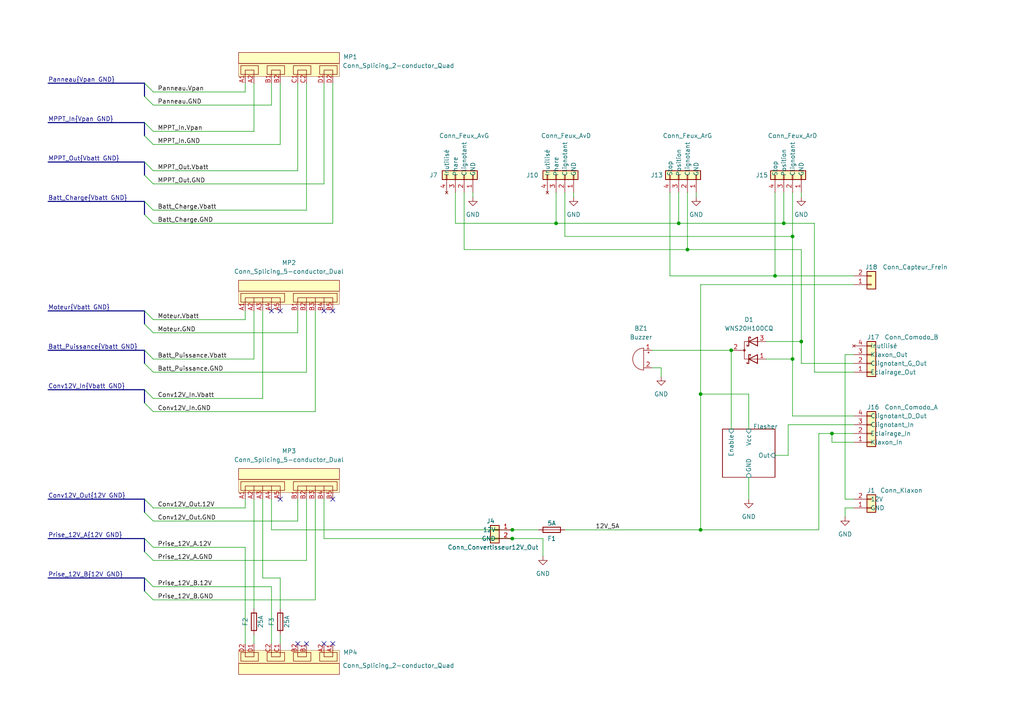
<source format=kicad_sch>
(kicad_sch (version 20211123) (generator eeschema)
  (paper "A4")
  (title_block (title "Boitier électrique vhéliotech") (date "2025-01-08") (company "Vélo solaire pour tous") (comment 1 "Licence CERN-OHL-S version 2"))
  (lib_symbols
    (symbol "Connector_Generic:Conn_01x02" (pin_names (offset 1.016) hide)
      (property "Reference" "J" (at 0 2.54 0))
      (property "Value" "Conn_01x02" (at 0 -5.08 0))
      (symbol "Conn_01x02_1_1"
        (rectangle (start -1.27 -2.413) (end 0 -2.667) (stroke (width 0.1524)))
        (rectangle (start -1.27 0.127) (end 0 -0.127) (stroke (width 0.1524)))
        (rectangle (start -1.27 1.27) (end 1.27 -3.81) (stroke (width 0.254)) (fill (type background)))
        (pin passive line (at -5.08 0 0) (length 3.81) (name "Pin_1") (number "1"))
        (pin passive line (at -5.08 -2.54 0) (length 3.81) (name "Pin_2") (number "2"))
      )
    )
    (symbol "Device:Buzzer" (pin_names (offset 0.0254) hide)
      (property "Reference" "BZ" (at 3.81 1.27 0))
      (property "Value" "Buzzer" (at 3.81 -1.27 0))
      (symbol "Buzzer_0_1"
        (arc (start 0 -3.175) (mid 3.175 0) (end 0 3.175))
        (polyline (pts (xy -1.651 1.905) (xy -1.143 1.905)))
        (polyline (pts (xy -1.397 2.159) (xy -1.397 1.651)))
        (polyline (pts (xy 0 3.175) (xy 0 -3.175)))
      )
      (symbol "Buzzer_1_1"
        (pin passive line (at -2.54 2.54 0) (length 2.54) (name "-") (number "1"))
        (pin passive line (at -2.54 -2.54 0) (length 2.54) (name "+") (number "2"))
      )
    )
    (symbol "Device:D_Schottky_Dual_CommonCathode_AKA_Parallel" (pin_names (offset 0.762) hide)
      (property "Reference" "D" (at 0 5.08 0))
      (property "Value" "D_Schottky_Dual_CommonCathode_AKA_Parallel" (at 0 -5.08 0))
      (symbol "D_Schottky_Dual_CommonCathode_AKA_Parallel_0_1"
        (polyline (pts (xy 1.27 0) (xy 2.54 0)))
        (polyline (pts (xy -2.54 -2.54) (xy 1.27 -2.54) (xy 1.27 2.54) (xy -2.54 2.54)))
        (polyline (pts (xy -2.54 -1.27) (xy 0 -2.54) (xy -2.54 -3.81) (xy -2.54 -1.27) (xy -2.54 -1.27) (xy -2.54 -1.27)) (stroke (width 0.254)))
        (polyline (pts (xy -2.54 3.81) (xy 0 2.54) (xy -2.54 1.27) (xy -2.54 3.81) (xy -2.54 3.81) (xy -2.54 3.81)) (stroke (width 0.254)))
        (polyline (pts (xy 0.508 -1.524) (xy 0.508 -1.27) (xy 0 -1.27) (xy 0 -3.81) (xy -0.508 -3.81) (xy -0.508 -3.556)) (stroke (width 0.254)))
        (polyline (pts (xy 0.508 3.556) (xy 0.508 3.81) (xy 0 3.81) (xy 0 1.27) (xy -0.508 1.27) (xy -0.508 1.524)) (stroke (width 0.254)))
        (circle (center 1.27 0) (radius 0.254) (fill (type outline)))
        (pin passive line (at -5.08 2.54 0) (length 2.54) (name "K") (number "1"))
        (pin passive line (at 5.08 0 180) (length 2.54) (name "A") (number "2"))
        (pin passive line (at -5.08 -2.54 0) (length 2.54) (name "K") (number "3"))
      )
    )
    (symbol "circuit:Conn_Comodo_A" (pin_names (offset 1.016))
      (property "Reference" "J" (at 0 5.08 0))
      (property "Value" "Conn_Comodo_A" (at 0 -7.62 0))
      (symbol "Conn_Comodo_A_1_1"
        (rectangle (start -1.27 -4.953) (end 0 -5.207) (stroke (width 0.1524)))
        (rectangle (start -1.27 -2.413) (end 0 -2.667) (stroke (width 0.1524)))
        (rectangle (start -1.27 0.127) (end 0 -0.127) (stroke (width 0.1524)))
        (rectangle (start -1.27 2.667) (end 0 2.413) (stroke (width 0.1524)))
        (rectangle (start -1.27 3.81) (end 1.27 -6.35) (stroke (width 0.254)) (fill (type background)))
        (pin passive line (at -5.08 2.54 0) (length 3.81) (name "Klaxon_In") (number "1"))
        (pin passive line (at -5.08 0 0) (length 3.81) (name "Eclairage_In") (number "2"))
        (pin passive line (at -5.08 -2.54 0) (length 3.81) (name "Clignotant_In") (number "3"))
        (pin passive line (at -5.08 -5.08 0) (length 3.81) (name "Clignotant_D_Out") (number "4"))
      )
    )
    (symbol "circuit:Conn_Comodo_B" (pin_names (offset 1.016))
      (property "Reference" "J" (at 0 5.08 0))
      (property "Value" "Conn_Comodo_B" (at 0 -7.62 0))
      (symbol "Conn_Comodo_B_1_1"
        (rectangle (start -1.27 -4.953) (end 0 -5.207) (stroke (width 0.1524)))
        (rectangle (start -1.27 -2.413) (end 0 -2.667) (stroke (width 0.1524)))
        (rectangle (start -1.27 0.127) (end 0 -0.127) (stroke (width 0.1524)))
        (rectangle (start -1.27 2.667) (end 0 2.413) (stroke (width 0.1524)))
        (rectangle (start -1.27 3.81) (end 1.27 -6.35) (stroke (width 0.254)) (fill (type background)))
        (pin passive line (at -5.08 2.54 0) (length 3.81) (name "Eclairage_Out") (number "1"))
        (pin passive line (at -5.08 0 0) (length 3.81) (name "Clignotant_G_Out") (number "2"))
        (pin passive line (at -5.08 -2.54 0) (length 3.81) (name "Klaxon_Out") (number "3"))
        (pin no_connect line (at -5.08 -5.08 0) (length 3.81) (name "Inutilisé") (number "4"))
      )
    )
    (symbol "circuit:Conn_Convertisseur12V_Out" (pin_names (offset 1.016))
      (property "Reference" "J" (at 0 2.54 0))
      (property "Value" "Conn_Convertisseur12V_Out" (at 0 -5.08 0))
      (symbol "Conn_Convertisseur12V_Out_1_1"
        (rectangle (start -1.27 -2.413) (end 0 -2.667) (stroke (width 0.1524)))
        (rectangle (start -1.27 0.127) (end 0 -0.127) (stroke (width 0.1524)))
        (rectangle (start -1.27 1.27) (end 1.27 -3.81) (stroke (width 0.254)) (fill (type background)))
        (pin power_out line (at -5.08 0 0) (length 3.81) (name "12V") (number "1"))
        (pin power_out line (at -5.08 -2.54 0) (length 3.81) (name "GND") (number "2"))
      )
    )
    (symbol "circuit:Conn_Feux_Arriere" (pin_names (offset 1.016))
      (property "Reference" "J" (at 0 5.08 0))
      (property "Value" "Conn_Feux_Arriere" (at 0 -7.62 0))
      (symbol "Conn_Feux_Arriere_1_1"
        (rectangle (start -1.27 -4.953) (end 0 -5.207) (stroke (width 0.1524)))
        (rectangle (start -1.27 -2.413) (end 0 -2.667) (stroke (width 0.1524)))
        (rectangle (start -1.27 0.127) (end 0 -0.127) (stroke (width 0.1524)))
        (rectangle (start -1.27 2.667) (end 0 2.413) (stroke (width 0.1524)))
        (rectangle (start -1.27 3.81) (end 1.27 -6.35) (stroke (width 0.254)) (fill (type background)))
        (pin power_in line (at -5.08 2.54 0) (length 3.81) (name "GND") (number "1"))
        (pin passive line (at -5.08 0 0) (length 3.81) (name "Clignotant") (number "2"))
        (pin passive line (at -5.08 -2.54 0) (length 3.81) (name "Position") (number "3"))
        (pin passive line (at -5.08 -5.08 0) (length 3.81) (name "Stop") (number "4"))
      )
    )
    (symbol "circuit:Conn_Feux_Avant" (pin_names (offset 1.016))
      (property "Reference" "J" (at 0 5.08 0))
      (property "Value" "Conn_Feux_Avant" (at 0 -7.62 0))
      (symbol "Conn_Feux_Avant_1_1"
        (rectangle (start -1.27 -4.953) (end 0 -5.207) (stroke (width 0.1524)))
        (rectangle (start -1.27 -2.413) (end 0 -2.667) (stroke (width 0.1524)))
        (rectangle (start -1.27 0.127) (end 0 -0.127) (stroke (width 0.1524)))
        (rectangle (start -1.27 2.667) (end 0 2.413) (stroke (width 0.1524)))
        (rectangle (start -1.27 3.81) (end 1.27 -6.35) (stroke (width 0.254)) (fill (type background)))
        (pin power_in line (at -5.08 2.54 0) (length 3.81) (name "GND") (number "1"))
        (pin passive line (at -5.08 0 0) (length 3.81) (name "Clignotant") (number "2"))
        (pin passive line (at -5.08 -2.54 0) (length 3.81) (name "Phare") (number "3"))
        (pin no_connect line (at -5.08 -5.08 0) (length 3.81) (name "Inutilisé") (number "4"))
      )
    )
    (symbol "circuit:Conn_Klaxon" (pin_names (offset 1.016))
      (property "Reference" "J" (at 0 2.54 0))
      (property "Value" "Conn_Klaxon" (at 0 -5.08 0))
      (symbol "Conn_Klaxon_1_1"
        (rectangle (start -1.27 -2.413) (end 0 -2.667) (stroke (width 0.1524)))
        (rectangle (start -1.27 0.127) (end 0 -0.127) (stroke (width 0.1524)))
        (rectangle (start -1.27 1.27) (end 1.27 -3.81) (stroke (width 0.254)) (fill (type background)))
        (pin power_in line (at -5.08 0 0) (length 3.81) (name "GND") (number "1"))
        (pin passive line (at -5.08 -2.54 0) (length 3.81) (name "12V") (number "2"))
      )
    )
    (symbol "circuit:Conn_Splicing_2-conductor_Quad"
      (property "Reference" "MP" (at 0.635 11.43 0))
      (property "Value" "Conn_Splicing_2-conductor_Quad" (at 1.27 -21.59 0))
      (symbol "Conn_Splicing_2-conductor_Quad_0_1"
        (rectangle (start -3.175 9.525) (end 0.635 -19.685) (stroke (width 0.01)) (fill (type background)))
        (rectangle (start -2.54 -13.97) (end 0 -19.05))
        (rectangle (start -2.54 -6.35) (end 0 -11.43))
        (rectangle (start -2.54 1.27) (end 0 -3.81))
        (rectangle (start -2.54 8.89) (end 0 3.81))
        (polyline (pts (xy -2.54 -15.24) (xy -1.27 -15.24) (xy -1.27 -17.78) (xy -2.54 -17.78)))
        (polyline (pts (xy -2.54 -7.62) (xy -1.27 -7.62) (xy -1.27 -10.16) (xy -2.54 -10.16)))
        (polyline (pts (xy -2.54 0) (xy -1.27 0) (xy -1.27 -2.54) (xy -2.54 -2.54)))
        (polyline (pts (xy -2.54 7.62) (xy -1.27 7.62) (xy -1.27 5.08) (xy -2.54 5.08)))
        (rectangle (start 0.635 9.525) (end 3.81 -19.685) (fill (type background)))
      )
      (symbol "Conn_Splicing_2-conductor_Quad_1_1"
        (pin passive line (at -5.08 7.62 0) (length 2.54) (name "") (number "A1"))
        (pin passive line (at -5.08 5.08 0) (length 2.54) (name "") (number "A2"))
        (pin passive line (at -5.08 0 0) (length 2.54) (name "") (number "B1"))
        (pin passive line (at -5.08 -2.54 0) (length 2.54) (name "") (number "B2"))
        (pin passive line (at -5.08 -7.62 0) (length 2.54) (name "") (number "C1"))
        (pin passive line (at -5.08 -10.16 0) (length 2.54) (name "") (number "C2"))
        (pin passive line (at -5.08 -15.24 0) (length 2.54) (name "") (number "D1"))
        (pin passive line (at -5.08 -17.78 0) (length 2.54) (name "") (number "D2"))
      )
    )
    (symbol "circuit:Conn_Splicing_5-conductor_Dual"
      (property "Reference" "MP" (at 0.635 11.43 0))
      (property "Value" "Conn_Splicing_5-conductor_Dual" (at 1.27 -21.59 0))
      (symbol "Conn_Splicing_5-conductor_Dual_0_1"
        (rectangle (start -3.175 9.525) (end 0.635 -19.685) (stroke (width 0.01)) (fill (type background)))
        (rectangle (start -2.54 -6.35) (end 0 -19.05))
        (rectangle (start -2.54 8.89) (end 0 -3.81))
        (polyline (pts (xy -1.27 -15.24) (xy -2.54 -15.24)))
        (polyline (pts (xy -1.27 -12.7) (xy -2.54 -12.7)))
        (polyline (pts (xy -1.27 -10.16) (xy -2.54 -10.16)))
        (polyline (pts (xy -1.27 0) (xy -2.54 0)))
        (polyline (pts (xy -1.27 2.54) (xy -2.54 2.54)))
        (polyline (pts (xy -1.27 5.08) (xy -2.54 5.08)))
        (polyline (pts (xy -2.54 -7.62) (xy -1.27 -7.62) (xy -1.27 -17.78) (xy -2.54 -17.78)))
        (polyline (pts (xy -2.54 7.62) (xy -1.27 7.62) (xy -1.27 -2.54) (xy -2.54 -2.54)))
        (rectangle (start 0.635 9.525) (end 3.81 -19.685) (fill (type background)))
      )
      (symbol "Conn_Splicing_5-conductor_Dual_1_1"
        (pin passive line (at -5.08 7.62 0) (length 2.54) (name "") (number "A1"))
        (pin passive line (at -5.08 5.08 0) (length 2.54) (name "") (number "A2"))
        (pin passive line (at -5.08 2.54 0) (length 2.54) (name "") (number "A3"))
        (pin passive line (at -5.08 0 0) (length 2.54) (name "") (number "A4"))
        (pin passive line (at -5.08 -2.54 0) (length 2.54) (name "") (number "A5"))
        (pin passive line (at -5.08 -7.62 0) (length 2.54) (name "") (number "B1"))
        (pin passive line (at -5.08 -10.16 0) (length 2.54) (name "") (number "B2"))
        (pin passive line (at -5.08 -12.7 0) (length 2.54) (name "") (number "B3"))
        (pin passive line (at -5.08 -15.24 0) (length 2.54) (name "") (number "B4"))
        (pin passive line (at -5.08 -17.78 0) (length 2.54) (name "") (number "B5"))
      )
    )
    (symbol "circuit:Fuse" (pin_numbers hide) (pin_names (offset 0))
      (property "Reference" "F" (at 2.032 0 90))
      (property "Value" "Fuse" (at -1.905 0 90))
      (symbol "Fuse_0_1"
        (rectangle (start -0.762 -2.54) (end 0.762 2.54) (stroke (width 0.254)))
        (polyline (pts (xy 0 2.54) (xy 0 -2.54)))
      )
      (symbol "Fuse_1_1"
        (pin passive line (at 0 3.81 270) (length 1.27) (name "~") (number "1"))
        (pin passive line (at 0 -3.81 90) (length 1.27) (name "~") (number "2"))
      )
    )
    (symbol "power:GND" (power) (pin_names (offset 0))
      (property "Value" "GND" (at 0 -3.81 0))
      (symbol "GND_0_1"
        (polyline (pts (xy 0 0) (xy 0 -1.27) (xy 1.27 -1.27) (xy 0 -2.54) (xy -1.27 -1.27) (xy 0 -1.27)))
      )
      (symbol "GND_1_1"
        (pin power_in line (at 0 0 270) (length 0) hide (name "GND") (number "1"))
      )
    )
  )
  (junction (at 148.59 156.21))
  (junction (at 199.39 72.39))
  (junction (at 161.29 64.77))
  (junction (at 196.85 64.77))
  (junction (at 224.79 80.01))
  (junction (at 241.3 125.73))
  (junction (at 229.87 104.14))
  (junction (at 203.2 114.3))
  (junction (at 227.33 64.77))
  (junction (at 229.87 68.58))
  (junction (at 212.09 101.6))
  (junction (at 203.2 153.67))
  (junction (at 148.59 153.67))
  (junction (at 232.41 99.06))
  (no_connect (at 96.52 186.69))
  (no_connect (at 93.98 90.17))
  (no_connect (at 96.52 144.78))
  (no_connect (at 96.52 90.17))
  (no_connect (at 78.74 90.17))
  (no_connect (at 88.9 186.69))
  (no_connect (at 93.98 186.69))
  (no_connect (at 86.36 186.69))
  (no_connect (at 81.28 144.78))
  (no_connect (at 81.28 90.17))
  (bus_entry (at 41.91 35.56) (size 2.54 2.54))
  (bus_entry (at 41.91 105.41) (size 2.54 2.54))
  (bus_entry (at 41.91 144.78) (size 2.54 2.54))
  (bus_entry (at 41.91 58.42) (size 2.54 2.54))
  (bus_entry (at 41.91 116.84) (size 2.54 2.54))
  (bus_entry (at 41.91 62.23) (size 2.54 2.54))
  (bus_entry (at 41.91 24.13) (size 2.54 2.54))
  (bus_entry (at 41.91 50.8) (size 2.54 2.54))
  (bus_entry (at 41.91 167.64) (size 2.54 2.54))
  (bus_entry (at 41.91 46.99) (size 2.54 2.54))
  (bus_entry (at 41.91 156.21) (size 2.54 2.54))
  (bus_entry (at 41.91 93.98) (size 2.54 2.54))
  (bus_entry (at 41.91 113.03) (size 2.54 2.54))
  (bus_entry (at 41.91 171.45) (size 2.54 2.54))
  (bus_entry (at 41.91 90.17) (size 2.54 2.54))
  (bus_entry (at 41.91 148.59) (size 2.54 2.54))
  (bus_entry (at 41.91 27.94) (size 2.54 2.54))
  (bus_entry (at 41.91 160.02) (size 2.54 2.54))
  (bus_entry (at 41.91 101.6) (size 2.54 2.54))
  (bus_entry (at 41.91 39.37) (size 2.54 2.54))
  (wire (pts (xy 189.23 101.6) (xy 212.09 101.6)))
  (wire (pts (xy 217.17 138.43) (xy 217.17 144.78)))
  (wire (pts (xy 71.12 147.32) (xy 71.12 144.78)))
  (wire (pts (xy 247.65 147.32) (xy 245.11 147.32)))
  (bus (pts (xy 41.91 35.56) (xy 41.91 39.37)))
  (wire (pts (xy 88.9 162.56) (xy 88.9 144.78)))
  (wire (pts (xy 228.6 123.19) (xy 228.6 132.08)))
  (wire (pts (xy 222.25 99.06) (xy 232.41 99.06)))
  (wire (pts (xy 161.29 64.77) (xy 132.08 64.77)))
  (bus (pts (xy 13.97 24.13) (xy 41.91 24.13)))
  (wire (pts (xy 44.45 162.56) (xy 88.9 162.56)))
  (bus (pts (xy 41.91 144.78) (xy 41.91 148.59)))
  (wire (pts (xy 44.45 158.75) (xy 71.12 158.75)))
  (wire (pts (xy 227.33 55.88) (xy 227.33 64.77)))
  (wire (pts (xy 44.45 170.18) (xy 78.74 170.18)))
  (wire (pts (xy 199.39 55.88) (xy 199.39 72.39)))
  (wire (pts (xy 88.9 60.96) (xy 88.9 24.13)))
  (wire (pts (xy 229.87 68.58) (xy 163.83 68.58)))
  (wire (pts (xy 44.45 147.32) (xy 71.12 147.32)))
  (wire (pts (xy 73.66 144.78) (xy 73.66 176.53)))
  (wire (pts (xy 237.49 153.67) (xy 237.49 125.73)))
  (wire (pts (xy 81.28 167.64) (xy 81.28 176.53)))
  (wire (pts (xy 44.45 30.48) (xy 78.74 30.48)))
  (wire (pts (xy 137.16 55.88) (xy 137.16 57.15)))
  (wire (pts (xy 161.29 55.88) (xy 161.29 64.77)))
  (wire (pts (xy 241.3 128.27) (xy 241.3 125.73)))
  (wire (pts (xy 44.45 26.67) (xy 71.12 26.67)))
  (wire (pts (xy 71.12 92.71) (xy 71.12 90.17)))
  (wire (pts (xy 245.11 144.78) (xy 247.65 144.78)))
  (wire (pts (xy 86.36 96.52) (xy 86.36 90.17)))
  (wire (pts (xy 247.65 120.65) (xy 229.87 120.65)))
  (wire (pts (xy 91.44 173.99) (xy 91.44 144.78)))
  (bus (pts (xy 13.97 144.78) (xy 41.91 144.78)))
  (wire (pts (xy 78.74 186.69) (xy 78.74 170.18)))
  (bus (pts (xy 13.97 156.21) (xy 41.91 156.21)))
  (wire (pts (xy 203.2 114.3) (xy 217.17 114.3)))
  (bus (pts (xy 13.97 58.42) (xy 41.91 58.42)))
  (bus (pts (xy 13.97 35.56) (xy 41.91 35.56)))
  (wire (pts (xy 245.11 102.87) (xy 245.11 144.78)))
  (wire (pts (xy 73.66 184.15) (xy 73.66 186.69)))
  (wire (pts (xy 203.2 114.3) (xy 203.2 153.67)))
  (wire (pts (xy 224.79 80.01) (xy 224.79 55.88)))
  (wire (pts (xy 148.59 156.21) (xy 157.48 156.21)))
  (wire (pts (xy 163.83 153.67) (xy 203.2 153.67)))
  (wire (pts (xy 191.77 109.22) (xy 191.77 106.68)))
  (wire (pts (xy 201.93 55.88) (xy 201.93 57.15)))
  (wire (pts (xy 236.22 64.77) (xy 236.22 107.95)))
  (wire (pts (xy 81.28 184.15) (xy 81.28 186.69)))
  (wire (pts (xy 78.74 30.48) (xy 78.74 24.13)))
  (wire (pts (xy 78.74 153.67) (xy 78.74 144.78)))
  (wire (pts (xy 44.45 53.34) (xy 93.98 53.34)))
  (wire (pts (xy 194.31 80.01) (xy 194.31 55.88)))
  (wire (pts (xy 229.87 104.14) (xy 229.87 120.65)))
  (wire (pts (xy 228.6 123.19) (xy 247.65 123.19)))
  (wire (pts (xy 134.62 72.39) (xy 134.62 55.88)))
  (wire (pts (xy 245.11 102.87) (xy 247.65 102.87)))
  (wire (pts (xy 222.25 104.14) (xy 229.87 104.14)))
  (bus (pts (xy 13.97 113.03) (xy 41.91 113.03)))
  (bus (pts (xy 41.91 101.6) (xy 41.91 105.41)))
  (bus (pts (xy 41.91 46.99) (xy 41.91 50.8)))
  (wire (pts (xy 88.9 107.95) (xy 88.9 90.17)))
  (wire (pts (xy 212.09 101.6) (xy 212.09 124.46)))
  (bus (pts (xy 41.91 24.13) (xy 41.91 27.94)))
  (wire (pts (xy 86.36 151.13) (xy 86.36 144.78)))
  (wire (pts (xy 44.45 107.95) (xy 88.9 107.95)))
  (wire (pts (xy 76.2 144.78) (xy 76.2 167.64)))
  (wire (pts (xy 232.41 99.06) (xy 232.41 105.41)))
  (wire (pts (xy 203.2 82.55) (xy 247.65 82.55)))
  (wire (pts (xy 86.36 49.53) (xy 86.36 24.13)))
  (wire (pts (xy 148.59 153.67) (xy 78.74 153.67)))
  (wire (pts (xy 44.45 41.91) (xy 81.28 41.91)))
  (wire (pts (xy 237.49 125.73) (xy 241.3 125.73)))
  (wire (pts (xy 76.2 115.57) (xy 76.2 90.17)))
  (wire (pts (xy 161.29 64.77) (xy 196.85 64.77)))
  (wire (pts (xy 196.85 55.88) (xy 196.85 64.77)))
  (wire (pts (xy 93.98 156.21) (xy 93.98 144.78)))
  (wire (pts (xy 81.28 41.91) (xy 81.28 24.13)))
  (wire (pts (xy 203.2 82.55) (xy 203.2 114.3)))
  (bus (pts (xy 41.91 167.64) (xy 41.91 171.45)))
  (wire (pts (xy 44.45 119.38) (xy 91.44 119.38)))
  (wire (pts (xy 73.66 104.14) (xy 73.66 90.17)))
  (wire (pts (xy 44.45 64.77) (xy 96.52 64.77)))
  (wire (pts (xy 241.3 125.73) (xy 247.65 125.73)))
  (wire (pts (xy 44.45 151.13) (xy 86.36 151.13)))
  (wire (pts (xy 199.39 72.39) (xy 134.62 72.39)))
  (wire (pts (xy 247.65 128.27) (xy 241.3 128.27)))
  (wire (pts (xy 44.45 49.53) (xy 86.36 49.53)))
  (wire (pts (xy 91.44 119.38) (xy 91.44 90.17)))
  (wire (pts (xy 44.45 115.57) (xy 76.2 115.57)))
  (wire (pts (xy 157.48 156.21) (xy 157.48 161.29)))
  (wire (pts (xy 232.41 72.39) (xy 232.41 99.06)))
  (wire (pts (xy 245.11 147.32) (xy 245.11 149.86)))
  (wire (pts (xy 73.66 38.1) (xy 73.66 24.13)))
  (wire (pts (xy 203.2 153.67) (xy 237.49 153.67)))
  (wire (pts (xy 224.79 80.01) (xy 194.31 80.01)))
  (wire (pts (xy 163.83 68.58) (xy 163.83 55.88)))
  (wire (pts (xy 44.45 92.71) (xy 71.12 92.71)))
  (wire (pts (xy 71.12 26.67) (xy 71.12 24.13)))
  (wire (pts (xy 224.79 80.01) (xy 247.65 80.01)))
  (bus (pts (xy 13.97 167.64) (xy 41.91 167.64)))
  (wire (pts (xy 236.22 107.95) (xy 247.65 107.95)))
  (wire (pts (xy 44.45 60.96) (xy 88.9 60.96)))
  (wire (pts (xy 44.45 96.52) (xy 86.36 96.52)))
  (bus (pts (xy 41.91 90.17) (xy 41.91 93.98)))
  (wire (pts (xy 229.87 68.58) (xy 229.87 104.14)))
  (wire (pts (xy 44.45 173.99) (xy 91.44 173.99)))
  (wire (pts (xy 96.52 64.77) (xy 96.52 24.13)))
  (bus (pts (xy 13.97 46.99) (xy 41.91 46.99)))
  (bus (pts (xy 13.97 101.6) (xy 41.91 101.6)))
  (wire (pts (xy 199.39 72.39) (xy 232.41 72.39)))
  (bus (pts (xy 41.91 58.42) (xy 41.91 62.23)))
  (wire (pts (xy 229.87 55.88) (xy 229.87 68.58)))
  (wire (pts (xy 166.37 55.88) (xy 166.37 57.15)))
  (wire (pts (xy 44.45 104.14) (xy 73.66 104.14)))
  (bus (pts (xy 41.91 156.21) (xy 41.91 160.02)))
  (wire (pts (xy 224.79 132.08) (xy 228.6 132.08)))
  (bus (pts (xy 13.97 90.17) (xy 41.91 90.17)))
  (wire (pts (xy 191.77 106.68) (xy 189.23 106.68)))
  (wire (pts (xy 232.41 105.41) (xy 247.65 105.41)))
  (wire (pts (xy 232.41 55.88) (xy 232.41 57.15)))
  (wire (pts (xy 44.45 38.1) (xy 73.66 38.1)))
  (wire (pts (xy 217.17 114.3) (xy 217.17 124.46)))
  (wire (pts (xy 196.85 64.77) (xy 227.33 64.77)))
  (wire (pts (xy 76.2 167.64) (xy 81.28 167.64)))
  (wire (pts (xy 148.59 156.21) (xy 93.98 156.21)))
  (wire (pts (xy 227.33 64.77) (xy 236.22 64.77)))
  (bus (pts (xy 41.91 113.03) (xy 41.91 116.84)))
  (wire (pts (xy 71.12 186.69) (xy 71.12 158.75)))
  (wire (pts (xy 148.59 153.67) (xy 156.21 153.67)))
  (wire (pts (xy 132.08 64.77) (xy 132.08 55.88)))
  (wire (pts (xy 93.98 53.34) (xy 93.98 24.13)))
  (label "Panneau.Vpan" (at 45.72 26.67 0))
  (label "Panneau.GND" (at 45.72 30.48 0))
  (label "Conv12V_In.Vbatt" (at 45.72 115.57 0))
  (label "Batt_Charge{Vbatt GND}" (at 13.97 58.42 0))
  (label "MPPT_Out{Vbatt GND}" (at 13.97 46.99 0))
  (label "Moteur.GND" (at 45.72 96.52 0))
  (label "Batt_Puissance.Vbatt" (at 45.72 104.14 0))
  (label "Panneau{Vpan GND}" (at 13.97 24.13 0))
  (label "Moteur.Vbatt" (at 45.72 92.71 0))
  (label "Conv12V_Out.GND" (at 45.72 151.13 0))
  (label "Batt_Charge.GND" (at 45.72 64.77 0))
  (label "Conv12V_Out{12V GND}" (at 13.97 144.78 0))
  (label "MPPT_In{Vpan GND}" (at 13.97 35.56 0))
  (label "Batt_Charge.Vbatt" (at 45.72 60.96 0))
  (label "Prise_12V_B{12V GND}" (at 13.97 167.64 0))
  (label "Conv12V_In{Vbatt GND}" (at 13.97 113.03 0))
  (label "Prise_12V_A.GND" (at 45.72 162.56 0))
  (label "MPPT_In.GND" (at 45.72 41.91 0))
  (label "12V_5A" (at 172.72 153.67 0))
  (label "Batt_Puissance.GND" (at 45.72 107.95 0))
  (label "Conv12V_In.GND" (at 45.72 119.38 0))
  (label "Batt_Puissance{Vbatt GND}" (at 13.97 101.6 0))
  (label "Prise_12V_A.12V" (at 45.72 158.75 0))
  (label "Moteur{Vbatt GND}" (at 13.97 90.17 0))
  (label "Prise_12V_A{12V GND}" (at 13.97 156.21 0))
  (label "Prise_12V_B.12V" (at 45.72 170.18 0))
  (label "MPPT_Out.GND" (at 45.72 53.34 0))
  (label "MPPT_Out.Vbatt" (at 45.72 49.53 0))
  (label "MPPT_In.Vpan" (at 45.72 38.1 0))
  (label "Conv12V_Out.12V" (at 45.72 147.32 0))
  (label "Prise_12V_B.GND" (at 45.72 173.99 0))
  (symbol (lib_id "power:GND") (at 245.11 149.86 0) (unit 1)
    (property "Reference" "#PWR0102" (effects hide))
    (property "Value" "GND" (at 245.11 154.94 0))
  )
  (symbol (lib_id "power:GND") (at 157.48 161.29 0) (unit 1)
    (property "Reference" "#PWR0107" (effects hide))
    (property "Value" "GND" (at 157.48 166.37 0))
  )
  (symbol (lib_id "circuit:Conn_Feux_Avant") (at 163.83 50.8 270) (mirror x) (unit 1)
    (property "Reference" "J10" (at 156.21 50.8 90) (effects (justify right)))
    (property "Value" "Conn_Feux_AvD" (at 171.45 39.37 90) (effects (justify right)))
    (property "Footprint" "circuit:Generic_HeaderSocket_1x04_P5.08mm_Vertical_Open" (effects hide))
  )
  (symbol (lib_id "circuit:Fuse") (at 73.66 180.34 180) (unit 1) (on_board no)
    (property "Reference" "F2" (at 71.12 180.34 90))
    (property "Value" "25A" (at 75.565 180.34 90))
    (property "Footprint" "circuit:Littelfuse_FuseHolder_FL1_178.6764.0001" (effects hide))
  )
  (symbol (lib_id "circuit:Conn_Klaxon") (at 252.73 147.32 0) (mirror x) (unit 1)
    (property "Reference" "J1" (at 251.46 142.24 0) (effects (justify left)))
    (property "Value" "Conn_Klaxon" (at 255.27 142.24 0) (effects (justify left)))
    (property "Footprint" "circuit:Generic_HeaderSocket_1x02_P5.08mm_Vertical_Open" (effects hide))
  )
  (symbol (lib_id "power:GND") (at 232.41 57.15 0) (unit 1)
    (property "Reference" "#PWR0103" (effects hide))
    (property "Value" "GND" (at 232.41 62.23 0))
  )
  (symbol (lib_id "circuit:Conn_Splicing_5-conductor_Dual") (at 78.74 85.09 90) (unit 1)
    (property "Reference" "MP2" (at 83.82 76.2 90))
    (property "Value" "Conn_Splicing_5-conductor_Dual" (at 83.82 78.74 90))
    (property "Footprint" "circuit:Wago_221-500_SplicingConnectorHolder" (effects hide))
  )
  (symbol (lib_id "circuit:Conn_Feux_Arriere") (at 199.39 50.8 270) (mirror x) (unit 1)
    (property "Reference" "J13" (at 190.5 50.8 90))
    (property "Value" "Conn_Feux_ArG" (at 199.39 39.37 90))
    (property "Footprint" "circuit:Generic_HeaderSocket_1x04_P5.08mm_Vertical_Open" (effects hide))
  )
  (symbol (lib_id "Device:Buzzer") (at 186.69 104.14 0) (mirror y) (unit 1)
    (property "Reference" "BZ1" (at 185.928 95.25 0))
    (property "Value" "Buzzer" (at 185.928 97.79 0))
    (property "Footprint" "Buzzer_Beeper:Buzzer_15x7.5RM7.6" (effects hide))
  )
  (symbol (lib_id "circuit:Conn_Convertisseur12V_Out") (at 143.51 153.67 0) (mirror y) (unit 1)
    (property "Reference" "J4" (at 143.51 151.13 0) (effects (justify left)))
    (property "Value" "Conn_Convertisseur12V_Out" (at 156.21 158.75 0) (effects (justify left)))
    (property "Footprint" "circuit:Generic_HeaderSocket_1x02_P5.08mm_Vertical_Open" (effects hide))
  )
  (symbol (lib_id "circuit:Conn_Splicing_2-conductor_Quad") (at 78.74 19.05 90) (unit 1)
    (property "Reference" "MP1" (at 101.6 16.51 90))
    (property "Value" "Conn_Splicing_2-conductor_Quad" (at 115.57 19.05 90))
    (property "Footprint" "circuit:Wago_221-500_SplicingConnectorHolder" (effects hide))
  )
  (symbol (lib_id "circuit:Conn_Comodo_A") (at 252.73 125.73 0) (mirror x) (unit 1)
    (property "Reference" "J16" (at 251.46 118.11 0) (effects (justify left)))
    (property "Value" "Conn_Comodo_A" (at 256.54 118.11 0) (effects (justify left)))
    (property "Footprint" "circuit:Generic_HeaderSocket_1x04_P5.08mm_Vertical_Open" (effects hide))
  )
  (symbol (lib_id "circuit:Conn_Splicing_5-conductor_Dual") (at 78.74 139.7 90) (unit 1)
    (property "Reference" "MP3" (at 83.82 130.81 90))
    (property "Value" "Conn_Splicing_5-conductor_Dual" (at 83.82 133.35 90))
    (property "Footprint" "circuit:Wago_221-500_SplicingConnectorHolder" (effects hide))
  )
  (symbol (lib_id "power:GND") (at 191.77 109.22 0) (unit 1)
    (property "Reference" "#PWR01" (effects hide))
    (property "Value" "GND" (at 191.77 114.3 0))
  )
  (symbol (lib_id "circuit:Conn_Comodo_B") (at 252.73 105.41 0) (mirror x) (unit 1)
    (property "Reference" "J17" (at 251.46 97.79 0) (effects (justify left)))
    (property "Value" "Conn_Comodo_B" (at 256.54 97.79 0) (effects (justify left)))
    (property "Footprint" "circuit:Generic_HeaderSocket_1x04_P5.08mm_Vertical_Open" (effects hide))
  )
  (symbol (lib_id "circuit:Fuse") (at 160.02 153.67 270) (unit 1)
    (property "Reference" "F1" (at 160.02 156.21 90))
    (property "Value" "5A" (at 160.02 151.765 90))
    (property "Footprint" "circuit:Littelfuse_FuseHolder_FL1_178.6764.0001" (effects hide))
  )
  (symbol (lib_id "circuit:Fuse") (at 81.28 180.34 180) (unit 1) (on_board no)
    (property "Reference" "F3" (at 78.74 180.34 90))
    (property "Value" "25A" (at 83.185 180.34 90))
    (property "Footprint" "circuit:Littelfuse_FuseHolder_FL1_178.6764.0001" (effects hide))
  )
  (symbol (lib_id "power:GND") (at 201.93 57.15 0) (unit 1)
    (property "Reference" "#PWR0104" (effects hide))
    (property "Value" "GND" (at 201.93 62.23 0))
  )
  (symbol (lib_id "circuit:Conn_Feux_Arriere") (at 229.87 50.8 270) (mirror x) (unit 1)
    (property "Reference" "J15" (at 220.98 50.8 90))
    (property "Value" "Conn_Feux_ArD" (at 229.87 39.37 90))
    (property "Footprint" "circuit:Generic_HeaderSocket_1x04_P5.08mm_Vertical_Open" (effects hide))
  )
  (symbol (lib_id "circuit:Conn_Feux_Avant") (at 134.62 50.8 270) (mirror x) (unit 1)
    (property "Reference" "J7" (at 125.73 50.8 90))
    (property "Value" "Conn_Feux_AvG" (at 134.62 39.37 90))
    (property "Footprint" "circuit:Generic_HeaderSocket_1x04_P5.08mm_Vertical_Open" (effects hide))
  )
  (symbol (lib_id "power:GND") (at 166.37 57.15 0) (unit 1)
    (property "Reference" "#PWR0105" (effects hide))
    (property "Value" "GND" (at 166.37 62.23 0))
  )
  (symbol (lib_id "Device:D_Schottky_Dual_CommonCathode_AKA_Parallel") (at 217.17 101.6 180) (unit 1)
    (property "Reference" "D1" (at 217.2335 92.71 0))
    (property "Value" "WNS20H100CQ" (at 217.2335 95.25 0))
  )
  (symbol (lib_id "Connector_Generic:Conn_01x02") (at 252.73 82.55 0) (mirror x) (unit 1)
    (property "Reference" "J18" (at 252.73 77.47 0))
    (property "Value" "Conn_Capteur_Frein" (at 265.43 77.47 0))
    (property "Footprint" "circuit:Generic_HeaderSocket_1x02_P5.08mm_Vertical_Open" (effects hide))
  )
  (symbol (lib_id "power:GND") (at 137.16 57.15 0) (unit 1)
    (property "Reference" "#PWR0106" (effects hide))
    (property "Value" "GND" (at 137.16 62.23 0))
  )
  (symbol (lib_id "circuit:Conn_Splicing_2-conductor_Quad") (at 88.9 191.77 270) (unit 1)
    (property "Reference" "MP4" (at 101.6 189.23 90))
    (property "Value" "Conn_Splicing_2-conductor_Quad" (at 115.57 193.04 90))
    (property "Footprint" "circuit:Wago_221-500_SplicingConnectorHolder" (effects hide))
  )
  (symbol (lib_id "power:GND") (at 217.17 144.78 0) (unit 1)
    (property "Reference" "#PWR0101" (effects hide))
    (property "Value" "GND" (at 217.17 149.86 0))
  )
  (sheet (at 209.55 124.46) (size 15.24 13.97) (stroke (width 0.1524))
    (property "Sheet name" "Flasher" (at 218.44 124.46 0) (effects (justify left bottom)))
    (property "Sheet file" "flasher.kicad_sch" (effects hide))
    (pin "Vcc" input (at 217.17 124.46 90))
    (pin "GND" input (at 217.17 138.43 270))
    (pin "Out" input (at 224.79 132.08 0))
    (pin "Enable" input (at 212.09 124.46 90))
  )
)
</source>
